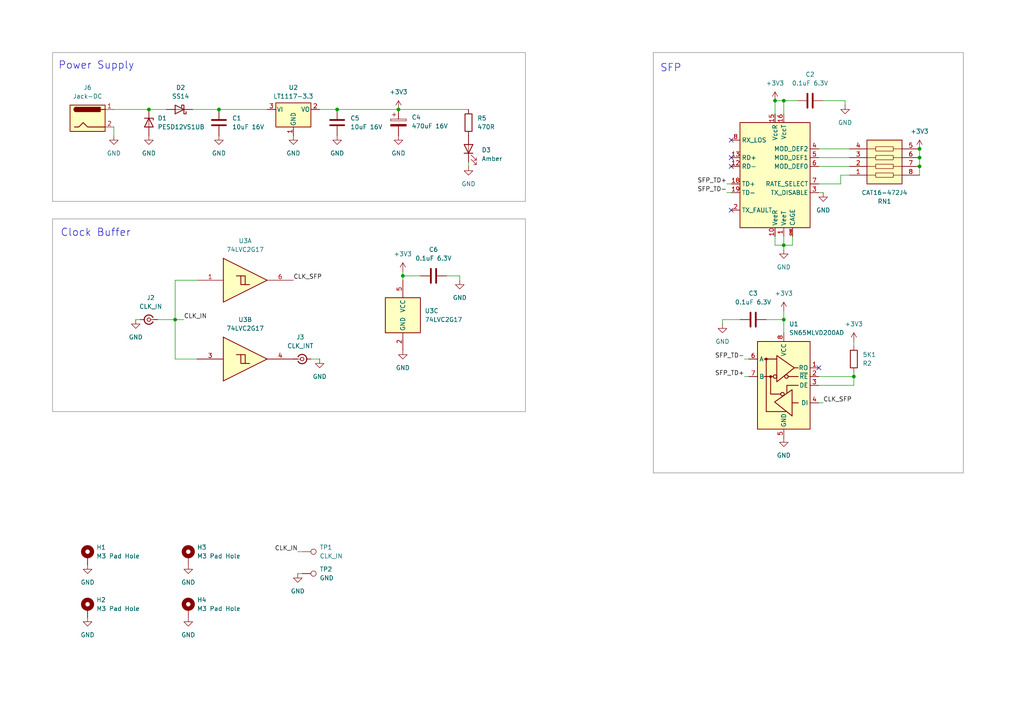
<source format=kicad_sch>
(kicad_sch (version 20250114) (generator "eeschema") (generator_version "9.0")
  (paper "A4")
  (title_block (title "SFP Clock Trasmitter – Project Caroline") (date "2025-04-29") (rev "A") (company "B4CKSP4CE") (comment 1 "CERN-OHL-S") (comment 2 "@heyflo"))
  (lib_symbols
    (symbol "74xGxx:74LVC2G17"
      (property "Reference" "U" (at -1.27 7.62 0))
      (property "Value" "74LVC2G17" (at 2.54 -7.62 0))
      (symbol "74LVC2G17_1_1"
        (polyline (pts (xy -7.62 6.35) (xy -7.62 -6.35) (xy 5.08 0) (xy -7.62 6.35)) (stroke (width 0.254)) (fill (type background)))
        (polyline (pts (xy -3.81 1.27) (xy -2.54 1.27) (xy -2.54 -1.27) (xy 0 -1.27)) (stroke (width 0.254)) (fill (type background)))
        (polyline (pts (xy -2.54 1.27) (xy -1.27 1.27) (xy -1.27 -1.27)) (stroke (width 0.254)) (fill (type background)))
        (pin input line (at -15.24 0 0) (length 7.62) (name "~") (number "1"))
        (pin output line (at 12.7 0 180) (length 7.62) (name "~") (number "6"))
      )
      (symbol "74LVC2G17_2_1"
        (polyline (pts (xy -7.62 6.35) (xy -7.62 -6.35) (xy 5.08 0) (xy -7.62 6.35)) (stroke (width 0.254)) (fill (type background)))
        (polyline (pts (xy -3.81 1.27) (xy -2.54 1.27) (xy -2.54 -1.27) (xy 0 -1.27)) (stroke (width 0.254)) (fill (type background)))
        (polyline (pts (xy -2.54 1.27) (xy -1.27 1.27) (xy -1.27 -1.27)) (stroke (width 0.254)) (fill (type background)))
        (pin input line (at -15.24 0 0) (length 7.62) (name "~") (number "3"))
        (pin output line (at 12.7 0 180) (length 7.62) (name "~") (number "4"))
      )
      (symbol "74LVC2G17_3_0"
        (rectangle (start -5.08 -5.08) (end 5.08 5.08) (stroke (width 0.254)) (fill (type background)))
      )
      (symbol "74LVC2G17_3_1"
        (pin power_in line (at 0 10.16 270) (length 5.08) (name "VCC") (number "5"))
        (pin power_in line (at 0 -10.16 90) (length 5.08) (name "GND") (number "2"))
      )
    )
    (symbol "BKSP:Interface_SN65MLVD200AD"
      (property "Reference" "U" (at -7.62 13.97 0))
      (property "Value" "SN65MLVD200AD" (at 1.905 13.97 0))
      (symbol "Interface_SN65MLVD200AD_0_1"
        (rectangle (start -7.62 12.7) (end 7.62 -12.7) (stroke (width 0.254)) (fill (type background)))
        (polyline (pts (xy -4.191 2.54) (xy -1.27 2.54)) (stroke (width 0.254)))
        (polyline (pts (xy -4.191 0) (xy -0.889 0) (xy -0.889 -2.286)) (stroke (width 0.254)))
        (polyline (pts (xy -3.175 5.08) (xy -4.191 5.08) (xy -4.064 5.08)) (stroke (width 0.254)))
        (polyline (pts (xy -2.54 -5.08) (xy -4.191 -5.08)) (stroke (width 0.254)))
        (polyline (pts (xy -2.413 -5.08) (xy -2.413 -1.27) (xy 2.667 -4.826) (xy -2.413 -8.89) (xy -2.413 -5.08)) (stroke (width 0.254)))
        (polyline (pts (xy -0.635 -7.62) (xy 5.08 -7.62)) (stroke (width 0.254)))
        (circle (center 0.381 -2.54) (radius 0.508) (stroke (width 0.254)))
        (polyline (pts (xy 0.889 -2.54) (xy 3.81 -2.54)) (stroke (width 0.254)))
        (polyline (pts (xy 2.032 7.62) (xy 5.715 7.62)) (stroke (width 0.254)))
        (polyline (pts (xy 3.048 2.54) (xy 5.715 2.54)) (stroke (width 0.254)))
        (circle (center 3.81 2.54) (radius 0.2794) (stroke (width 0.254)) (fill (type outline)))
        (polyline (pts (xy 3.81 -2.54) (xy 3.81 2.54)) (stroke (width 0.254)))
        (polyline (pts (xy 5.08 -7.62) (xy 5.08 7.62)) (stroke (width 0.254)))
      )
      (symbol "Interface_SN65MLVD200AD_1_1"
        (circle (center -0.762 2.54) (radius 0.508) (stroke (width 0.254)))
        (polyline (pts (xy 2.032 4.826) (xy 2.032 8.636) (xy -3.048 5.08) (xy 2.032 1.016) (xy 2.032 4.826)) (stroke (width 0.254)))
        (circle (center 2.54 2.54) (radius 0.508) (stroke (width 0.254)))
        (circle (center 5.08 7.62) (radius 0.2794) (stroke (width 0.254)) (fill (type outline)))
        (pin output line (at -10.16 5.08 0) (length 2.54) (name "RO") (number "1"))
        (pin input line (at -10.16 2.54 0) (length 2.54) (name "~{RE}") (number "2"))
        (pin input line (at -10.16 0 0) (length 2.54) (name "DE") (number "3"))
        (pin input line (at -10.16 -5.08 0) (length 2.54) (name "DI") (number "4"))
        (pin power_in line (at 0 15.24 270) (length 2.54) (name "VCC") (number "8"))
        (pin power_in line (at 0 -15.24 90) (length 2.54) (name "GND") (number "5"))
        (pin bidirectional line (at 10.16 7.62 180) (length 2.54) (name "A") (number "6"))
        (pin bidirectional line (at 10.16 2.54 180) (length 2.54) (name "B") (number "7"))
      )
    )
    (symbol "BKSP:Protection_PESD12VS1UB" (pin_numbers (hide yes)) (pin_names (offset 1.016) (hide yes))
      (property "Reference" "D" (at 0 2.54 0))
      (property "Value" "PESD12VS1UB" (at 0 -2.54 0))
      (symbol "Protection_PESD12VS1UB_0_1"
        (polyline (pts (xy -1.27 -1.27) (xy -1.27 1.27) (xy -0.762 1.27)) (stroke (width 0.254)))
        (polyline (pts (xy 1.27 0) (xy -1.27 0)))
        (polyline (pts (xy 1.27 -1.27) (xy 1.27 1.27) (xy -1.27 0) (xy 1.27 -1.27)) (stroke (width 0.254)))
      )
      (symbol "Protection_PESD12VS1UB_1_1"
        (pin passive line (at -3.81 0 0) (length 2.54) (name "K") (number "1"))
        (pin passive line (at 3.81 0 180) (length 2.54) (name "A") (number "2"))
      )
    )
    (symbol "BKSP:R_Network_CAT16-472J4" (pin_names (hide yes))
      (property "Reference" "RN" (at 16.51 7.62 0))
      (property "Value" "CAT16-472J4" (at 16.51 5.08 0))
      (symbol "R_Network_CAT16-472J4_0_1"
        (polyline (pts (xy 5.08 0) (xy 7.62 0)))
        (polyline (pts (xy 5.08 -2.54) (xy 7.62 -2.54)))
        (polyline (pts (xy 5.08 -5.08) (xy 7.62 -5.08)))
        (polyline (pts (xy 5.08 -7.62) (xy 7.62 -7.62)))
        (rectangle (start 7.62 0.635) (end 12.7 -0.635))
        (rectangle (start 7.62 -1.905) (end 12.7 -3.175))
        (rectangle (start 7.62 -4.445) (end 12.7 -5.715))
        (rectangle (start 7.62 -6.985) (end 12.7 -8.255))
        (polyline (pts (xy 12.7 0) (xy 15.24 0)))
        (polyline (pts (xy 12.7 -2.54) (xy 15.24 -2.54)))
        (polyline (pts (xy 12.7 -5.08) (xy 15.24 -5.08)))
        (polyline (pts (xy 12.7 -7.62) (xy 15.24 -7.62)))
      )
      (symbol "R_Network_CAT16-472J4_1_1"
        (rectangle (start 5.08 2.54) (end 15.24 -10.16) (stroke (width 0.254)) (fill (type background)))
        (pin passive line (at 0 0 0) (length 5.08) (name "1") (number "1"))
        (pin passive line (at 0 -2.54 0) (length 5.08) (name "2") (number "2"))
        (pin passive line (at 0 -5.08 0) (length 5.08) (name "3") (number "3"))
        (pin passive line (at 0 -7.62 0) (length 5.08) (name "4") (number "4"))
        (pin passive line (at 20.32 0 180) (length 5.08) (name "8") (number "8"))
        (pin passive line (at 20.32 -2.54 180) (length 5.08) (name "7") (number "7"))
        (pin passive line (at 20.32 -5.08 180) (length 5.08) (name "6") (number "6"))
        (pin passive line (at 20.32 -7.62 180) (length 5.08) (name "5") (number "5"))
      )
    )
    (symbol "Connector:Conn_Coaxial_Small" (pin_numbers (hide yes)) (pin_names (offset 1.016) (hide yes))
      (property "Reference" "J" (at 0.254 3.048 0))
      (property "Value" "Conn_Coaxial_Small" (at 0 -3.81 0))
      (symbol "Conn_Coaxial_Small_0_1"
        (polyline (pts (xy -2.54 0) (xy -0.508 0)))
        (circle (center 0 0) (radius 0.508) (stroke (width 0.2032)))
      )
      (symbol "Conn_Coaxial_Small_1_1"
        (arc (start 1.3484 0.0039) (mid 0.327 -1.308) (end -1.1916 -0.6311) (stroke (width 0.3048)))
        (arc (start -1.1916 0.6311) (mid 0.327 1.3081) (end 1.3484 -0.0039) (stroke (width 0.3048)))
        (pin passive line (at -2.54 0 0) (length 1.27) (name "In") (number "1"))
        (pin passive line (at 2.54 0 180) (length 1.27) (name "Ext") (number "2"))
      )
    )
    (symbol "Connector:Jack-DC" (pin_names (offset 1.016))
      (property "Reference" "J" (at 0 5.334 0))
      (property "Value" "Jack-DC" (at 0 -5.08 0))
      (symbol "Jack-DC_0_1"
        (rectangle (start -5.08 3.81) (end 5.08 -3.81) (stroke (width 0.254)) (fill (type background)))
        (polyline (pts (xy -3.81 -2.54) (xy -2.54 -2.54) (xy -1.27 -1.27) (xy 0 -2.54) (xy 2.54 -2.54) (xy 5.08 -2.54)) (stroke (width 0.254)))
        (arc (start -3.302 1.905) (mid -3.9343 2.54) (end -3.302 3.175) (stroke (width 0.254)))
        (arc (start -3.302 1.905) (mid -3.9343 2.54) (end -3.302 3.175) (stroke (width 0.254)) (fill (type outline)))
        (rectangle (start 3.683 3.175) (end -3.302 1.905) (stroke (width 0.254)) (fill (type outline)))
        (polyline (pts (xy 5.08 2.54) (xy 3.81 2.54)) (stroke (width 0.254)))
      )
      (symbol "Jack-DC_1_1"
        (pin passive line (at 7.62 2.54 180) (length 2.54) (name "~") (number "1"))
        (pin passive line (at 7.62 -2.54 180) (length 2.54) (name "~") (number "2"))
      )
    )
    (symbol "Connector:TestPoint" (pin_numbers (hide yes)) (pin_names (offset 0.762) (hide yes))
      (property "Reference" "TP" (at 0 6.858 0))
      (property "Value" "TestPoint" (at 0 5.08 0))
      (symbol "TestPoint_0_1"
        (circle (center 0 3.302) (radius 0.762))
      )
      (symbol "TestPoint_1_1"
        (pin passive line (at 0 0 90) (length 2.54) (name "1") (number "1"))
      )
    )
    (symbol "Device:C" (pin_numbers (hide yes)) (pin_names (offset 0.254))
      (property "Reference" "C" (at 0.635 2.54 0))
      (property "Value" "C" (at 0.635 -2.54 0))
      (symbol "C_0_1"
        (polyline (pts (xy -2.032 0.762) (xy 2.032 0.762)) (stroke (width 0.508)))
        (polyline (pts (xy -2.032 -0.762) (xy 2.032 -0.762)) (stroke (width 0.508)))
      )
      (symbol "C_1_1"
        (pin passive line (at 0 3.81 270) (length 2.794) (name "~") (number "1"))
        (pin passive line (at 0 -3.81 90) (length 2.794) (name "~") (number "2"))
      )
    )
    (symbol "Device:C_Polarized" (pin_numbers (hide yes)) (pin_names (offset 0.254))
      (property "Reference" "C" (at 0.635 2.54 0))
      (property "Value" "C_Polarized" (at 0.635 -2.54 0))
      (symbol "C_Polarized_0_1"
        (rectangle (start -2.286 0.508) (end 2.286 1.016))
        (polyline (pts (xy -1.778 2.286) (xy -0.762 2.286)))
        (polyline (pts (xy -1.27 2.794) (xy -1.27 1.778)))
        (rectangle (start 2.286 -0.508) (end -2.286 -1.016) (fill (type outline)))
      )
      (symbol "C_Polarized_1_1"
        (pin passive line (at 0 3.81 270) (length 2.794) (name "~") (number "1"))
        (pin passive line (at 0 -3.81 90) (length 2.794) (name "~") (number "2"))
      )
    )
    (symbol "Device:LED" (pin_numbers (hide yes)) (pin_names (offset 1.016) (hide yes))
      (property "Reference" "D" (at 0 2.54 0))
      (property "Value" "LED" (at 0 -2.54 0))
      (symbol "LED_0_1"
        (polyline (pts (xy -3.048 -0.762) (xy -4.572 -2.286) (xy -3.81 -2.286) (xy -4.572 -2.286) (xy -4.572 -1.524)))
        (polyline (pts (xy -1.778 -0.762) (xy -3.302 -2.286) (xy -2.54 -2.286) (xy -3.302 -2.286) (xy -3.302 -1.524)))
        (polyline (pts (xy -1.27 0) (xy 1.27 0)))
        (polyline (pts (xy -1.27 -1.27) (xy -1.27 1.27)) (stroke (width 0.254)))
        (polyline (pts (xy 1.27 -1.27) (xy 1.27 1.27) (xy -1.27 0) (xy 1.27 -1.27)) (stroke (width 0.254)))
      )
      (symbol "LED_1_1"
        (pin passive line (at -3.81 0 0) (length 2.54) (name "K") (number "1"))
        (pin passive line (at 3.81 0 180) (length 2.54) (name "A") (number "2"))
      )
    )
    (symbol "Device:R" (pin_numbers (hide yes)) (pin_names (offset 0))
      (property "Reference" "R" (at 2.032 0 90))
      (property "Value" "R" (at 0 0 90))
      (symbol "R_0_1"
        (rectangle (start -1.016 -2.54) (end 1.016 2.54) (stroke (width 0.254)))
      )
      (symbol "R_1_1"
        (pin passive line (at 0 3.81 270) (length 1.27) (name "~") (number "1"))
        (pin passive line (at 0 -3.81 90) (length 1.27) (name "~") (number "2"))
      )
    )
    (symbol "Diode:SS14" (pin_numbers (hide yes)) (pin_names (offset 1.016) (hide yes))
      (property "Reference" "D" (at 0 2.54 0))
      (property "Value" "SS14" (at 0 -2.54 0))
      (symbol "SS14_0_1"
        (polyline (pts (xy -1.905 0.635) (xy -1.905 1.27) (xy -1.27 1.27) (xy -1.27 -1.27) (xy -0.635 -1.27) (xy -0.635 -0.635)) (stroke (width 0.254)))
        (polyline (pts (xy 1.27 1.27) (xy 1.27 -1.27) (xy -1.27 0) (xy 1.27 1.27)) (stroke (width 0.254)))
        (polyline (pts (xy 1.27 0) (xy -1.27 0)))
      )
      (symbol "SS14_1_1"
        (pin passive line (at -3.81 0 0) (length 2.54) (name "K") (number "1"))
        (pin passive line (at 3.81 0 180) (length 2.54) (name "A") (number "2"))
      )
    )
    (symbol "Interface_Optical:SFP"
      (property "Reference" "J" (at -8.89 16.51 0))
      (property "Value" "SFP" (at 11.43 16.51 0))
      (symbol "SFP_0_0"
        (rectangle (start -10.16 15.24) (end 10.16 -15.24) (stroke (width 0.254)) (fill (type background)))
      )
      (symbol "SFP_1_1"
        (pin bidirectional line (at -12.7 7.62 0) (length 2.54) (name "MOD_DEF2") (number "4"))
        (pin input line (at -12.7 5.08 0) (length 2.54) (name "MOD_DEF1") (number "5"))
        (pin passive line (at -12.7 2.54 0) (length 2.54) (name "MOD_DEF0") (number "6"))
        (pin input line (at -12.7 -2.54 0) (length 2.54) (name "RATE_SELECT") (number "7"))
        (pin input line (at -12.7 -5.08 0) (length 2.54) (name "TX_DISABLE") (number "3"))
        (pin passive line (at -5.08 -17.78 90) (length 2.54) (name "CAGE") (number "CAGE"))
        (pin power_in line (at -2.54 17.78 270) (length 2.54) (name "VccT") (number "16"))
        (pin power_in line (at -2.54 -17.78 90) (length 2.54) (name "VeeT") (number "1"))
        (pin passive line (at -2.54 -17.78 90) (length 2.54) (hide yes) (name "VeeT") (number "17"))
        (pin passive line (at -2.54 -17.78 90) (length 2.54) (hide yes) (name "VeeT") (number "20"))
        (pin power_in line (at 0 17.78 270) (length 2.54) (name "VccR") (number "15"))
        (pin power_in line (at 0 -17.78 90) (length 2.54) (name "VeeR") (number "10"))
        (pin passive line (at 0 -17.78 90) (length 2.54) (hide yes) (name "VeeR") (number "11"))
        (pin passive line (at 0 -17.78 90) (length 2.54) (hide yes) (name "VeeR") (number "14"))
        (pin passive line (at 0 -17.78 90) (length 2.54) (hide yes) (name "VeeR") (number "9"))
        (pin open_collector line (at 12.7 10.16 180) (length 2.54) (name "RX_LOS") (number "8"))
        (pin output line (at 12.7 5.08 180) (length 2.54) (name "RD+") (number "13"))
        (pin output line (at 12.7 2.54 180) (length 2.54) (name "RD-") (number "12"))
        (pin input line (at 12.7 -2.54 180) (length 2.54) (name "TD+") (number "18"))
        (pin input line (at 12.7 -5.08 180) (length 2.54) (name "TD-") (number "19"))
        (pin open_collector line (at 12.7 -10.16 180) (length 2.54) (name "TX_FAULT") (number "2"))
      )
    )
    (symbol "Mechanical:MountingHole_Pad" (pin_numbers (hide yes)) (pin_names (offset 1.016) (hide yes)) (in_bom no)
      (property "Reference" "H" (at 0 6.35 0))
      (property "Value" "MountingHole_Pad" (at 0 4.445 0))
      (symbol "MountingHole_Pad_0_1"
        (circle (center 0 1.27) (radius 1.27) (stroke (width 1.27)))
      )
      (symbol "MountingHole_Pad_1_1"
        (pin input line (at 0 -2.54 90) (length 2.54) (name "1") (number "1"))
      )
    )
    (symbol "Regulator_Linear:LT1117-3.3" (pin_names (offset 0.254))
      (property "Reference" "U" (at -3.81 3.175 0))
      (property "Value" "LT1117-3.3" (at 0 3.175 0))
      (symbol "LT1117-3.3_0_1"
        (rectangle (start -5.08 -5.08) (end 5.08 1.905) (stroke (width 0.254)) (fill (type background)))
      )
      (symbol "LT1117-3.3_1_1"
        (pin power_in line (at -7.62 0 0) (length 2.54) (name "VI") (number "3"))
        (pin power_in line (at 0 -7.62 90) (length 2.54) (name "GND") (number "1"))
        (pin power_out line (at 7.62 0 180) (length 2.54) (name "VO") (number "2"))
      )
    )
    (symbol "power:+3.3V" (power) (pin_numbers (hide yes)) (pin_names (offset 0) (hide yes))
      (property "Value" "+3.3V" (at 0 3.556 0))
      (symbol "+3.3V_0_1"
        (polyline (pts (xy -0.762 1.27) (xy 0 2.54)))
        (polyline (pts (xy 0 2.54) (xy 0.762 1.27)))
        (polyline (pts (xy 0 0) (xy 0 2.54)))
      )
      (symbol "+3.3V_1_1"
        (pin power_in line (at 0 0 90) (length 0) (name "~") (number "1"))
      )
    )
    (symbol "power:+3V3" (power) (pin_numbers (hide yes)) (pin_names (offset 0) (hide yes))
      (property "Value" "+3V3" (at 0 3.556 0))
      (symbol "+3V3_0_1"
        (polyline (pts (xy -0.762 1.27) (xy 0 2.54)))
        (polyline (pts (xy 0 2.54) (xy 0.762 1.27)))
        (polyline (pts (xy 0 0) (xy 0 2.54)))
      )
      (symbol "+3V3_1_1"
        (pin power_in line (at 0 0 90) (length 0) (name "~") (number "1"))
      )
    )
    (symbol "power:GND" (power) (pin_numbers (hide yes)) (pin_names (offset 0) (hide yes))
      (property "Value" "GND" (at 0 -3.81 0))
      (symbol "GND_0_1"
        (polyline (pts (xy 0 0) (xy 0 -1.27) (xy 1.27 -1.27) (xy 0 -2.54) (xy -1.27 -1.27) (xy 0 -1.27)))
      )
      (symbol "GND_1_1"
        (pin power_in line (at 0 0 270) (length 0) (name "~") (number "1"))
      )
    )
  )
  (rectangle (start 189.484 15.24) (end 279.4 137.16) (stroke (width 0) (color 132 132 132 1)))
  (rectangle (start 15.24 15.24) (end 152.4 58.42) (stroke (width 0) (color 132 132 132 1)))
  (rectangle (start 15.24 63.5) (end 152.4 119.38) (stroke (width 0) (color 132 132 132 1)))
  (text "Power Supply" (at 27.94 19.05 0) (effects (font (size 2.159 2.159))))
  (text "Clock Buffer" (at 17.526 67.564 0) (effects (font (size 2.159 2.159)) (justify left)))
  (text "SFP" (at 194.564 19.812 0) (effects (font (size 2.159 2.159))))
  (junction (at 50.8 92.71))
  (junction (at 266.7 45.72))
  (junction (at 266.7 48.26))
  (junction (at 227.33 71.12))
  (junction (at 247.65 109.22))
  (junction (at 227.33 29.21))
  (junction (at 266.7 43.18))
  (junction (at 115.57 31.75))
  (junction (at 63.5 31.75))
  (junction (at 43.18 31.75))
  (junction (at 116.84 80.01))
  (junction (at 224.79 29.21))
  (junction (at 227.33 92.71))
  (junction (at 97.79 31.75))
  (no_connect (at 237.49 106.68))
  (no_connect (at 212.09 45.72))
  (no_connect (at 212.09 40.64))
  (no_connect (at 212.09 48.26))
  (no_connect (at 212.09 60.96))
  (wire (pts (xy 129.54 80.01) (xy 133.35 80.01)))
  (wire (pts (xy 237.49 43.18) (xy 246.38 43.18)))
  (wire (pts (xy 116.84 78.74) (xy 116.84 80.01)))
  (wire (pts (xy 266.7 50.8) (xy 266.7 48.26)))
  (wire (pts (xy 247.65 111.76) (xy 247.65 109.22)))
  (wire (pts (xy 209.55 92.71) (xy 214.63 92.71)))
  (wire (pts (xy 266.7 45.72) (xy 266.7 48.26)))
  (wire (pts (xy 238.76 29.21) (xy 245.11 29.21)))
  (wire (pts (xy 227.33 90.17) (xy 227.33 92.71)))
  (wire (pts (xy 92.71 104.14) (xy 90.17 104.14)))
  (wire (pts (xy 222.25 92.71) (xy 227.33 92.71)))
  (wire (pts (xy 77.47 31.75) (xy 63.5 31.75)))
  (wire (pts (xy 227.33 29.21) (xy 227.33 33.02)))
  (wire (pts (xy 227.33 71.12) (xy 227.33 72.39)))
  (wire (pts (xy 97.79 31.75) (xy 115.57 31.75)))
  (wire (pts (xy 50.8 92.71) (xy 50.8 81.28)))
  (wire (pts (xy 33.02 39.37) (xy 33.02 36.83)))
  (wire (pts (xy 247.65 109.22) (xy 247.65 107.95)))
  (wire (pts (xy 243.84 53.34) (xy 243.84 50.8)))
  (wire (pts (xy 53.34 92.71) (xy 50.8 92.71)))
  (wire (pts (xy 237.49 48.26) (xy 246.38 48.26)))
  (wire (pts (xy 115.57 31.75) (xy 135.89 31.75)))
  (wire (pts (xy 243.84 50.8) (xy 246.38 50.8)))
  (wire (pts (xy 215.9 109.22) (xy 217.17 109.22)))
  (wire (pts (xy 224.79 68.58) (xy 224.79 71.12)))
  (wire (pts (xy 224.79 71.12) (xy 227.33 71.12)))
  (wire (pts (xy 227.33 92.71) (xy 227.33 96.52)))
  (wire (pts (xy 87.63 166.37) (xy 86.36 166.37)))
  (wire (pts (xy 229.87 68.58) (xy 229.87 71.12)))
  (wire (pts (xy 227.33 29.21) (xy 231.14 29.21)))
  (wire (pts (xy 224.79 29.21) (xy 227.33 29.21)))
  (wire (pts (xy 133.35 81.28) (xy 133.35 80.01)))
  (wire (pts (xy 50.8 104.14) (xy 57.15 104.14)))
  (wire (pts (xy 238.76 116.84) (xy 237.49 116.84)))
  (wire (pts (xy 266.7 43.18) (xy 266.7 45.72)))
  (wire (pts (xy 237.49 53.34) (xy 243.84 53.34)))
  (wire (pts (xy 245.11 30.48) (xy 245.11 29.21)))
  (wire (pts (xy 247.65 99.06) (xy 247.65 100.33)))
  (wire (pts (xy 237.49 45.72) (xy 246.38 45.72)))
  (wire (pts (xy 237.49 109.22) (xy 247.65 109.22)))
  (wire (pts (xy 55.88 31.75) (xy 63.5 31.75)))
  (wire (pts (xy 135.89 48.26) (xy 135.89 46.99)))
  (wire (pts (xy 229.87 71.12) (xy 227.33 71.12)))
  (wire (pts (xy 227.33 68.58) (xy 227.33 71.12)))
  (wire (pts (xy 209.55 93.98) (xy 209.55 92.71)))
  (wire (pts (xy 50.8 92.71) (xy 50.8 104.14)))
  (wire (pts (xy 43.18 31.75) (xy 48.26 31.75)))
  (wire (pts (xy 217.17 104.14) (xy 215.9 104.14)))
  (wire (pts (xy 116.84 80.01) (xy 116.84 81.28)))
  (wire (pts (xy 238.76 55.88) (xy 237.49 55.88)))
  (wire (pts (xy 224.79 29.21) (xy 224.79 33.02)))
  (wire (pts (xy 210.82 53.34) (xy 212.09 53.34)))
  (wire (pts (xy 33.02 31.75) (xy 43.18 31.75)))
  (wire (pts (xy 86.36 160.02) (xy 87.63 160.02)))
  (wire (pts (xy 45.72 92.71) (xy 50.8 92.71)))
  (wire (pts (xy 116.84 80.01) (xy 121.92 80.01)))
  (wire (pts (xy 92.71 31.75) (xy 97.79 31.75)))
  (wire (pts (xy 50.8 81.28) (xy 57.15 81.28)))
  (wire (pts (xy 210.82 55.88) (xy 212.09 55.88)))
  (wire (pts (xy 39.37 92.71) (xy 40.64 92.71)))
  (wire (pts (xy 237.49 111.76) (xy 247.65 111.76)))
  (label "SFP_TD+" (at 215.9 109.22 180))
  (label "CLK_SFP" (at 85.09 81.28 0))
  (label "CLK_SFP" (at 238.76 116.84 0))
  (label "SFP_TD-" (at 210.82 55.88 180))
  (label "CLK_IN" (at 53.34 92.71 0))
  (label "SFP_TD+" (at 210.82 53.34 180))
  (label "CLK_IN" (at 86.36 160.02 180))
  (label "SFP_TD-" (at 215.9 104.14 180))
  (symbol (lib_id "power:GND") (at 92.71 104.14 0) (unit 1)
    (property "Reference" "#PWR023" (effects (hide yes)))
    (property "Value" "GND" (at 92.71 109.22 0))
    (property "Description" "Power symbol creates a global label with name \"GND\" , ground" (effects (hide yes)))
  )
  (symbol (lib_id "Device:C") (at 234.95 29.21 90) (unit 1)
    (property "Reference" "C2" (at 234.95 21.59 90))
    (property "Value" "0.1uF 6.3V" (at 234.95 24.13 90))
    (property "Footprint" "Capacitor_SMD:C_0805_2012Metric" (effects (hide yes)))
    (property "Description" "Unpolarized capacitor" (effects (hide yes)))
  )
  (symbol (lib_id "74xGxx:74LVC2G17") (at 116.84 91.44 0) (unit 3)
    (property "Reference" "U3" (at 123.19 90.17 0) (effects (justify left)))
    (property "Value" "74LVC2G17" (at 123.19 92.71 0) (effects (justify left)))
    (property "Footprint" "Package_TO_SOT_SMD:SOT-23-6" (effects (hide yes)))
    (property "Datasheet" "http://www.ti.com/lit/sg/scyt129e/scyt129e.pdf" (effects (hide yes)))
    (property "Description" "Dual Buffer, Schmitt Triggered, Low-Voltage CMOS" (effects (hide yes)))
  )
  (symbol (lib_id "Interface_Optical:SFP") (at 224.79 50.8 0) (mirror y) (unit 1)
    (property "Reference" "J1" (effects (hide yes)))
    (property "Value" "SFP" (effects (hide yes)))
    (property "Footprint" "BKSP:Connector_SFP_Cage_NoKeepout" (effects (hide yes)))
    (property "Datasheet" "http://www.10gtek.com/templates/wzten/pdf/INF-8074.pdf" (effects (hide yes)))
    (property "Description" "Connector for Small Form Factor Pluggable (SFP) module, 1 Gbit/s, serial-to-serial data-agnostic optical transceiver" (effects (hide yes)))
  )
  (symbol (lib_id "74xGxx:74LVC2G17") (at 72.39 81.28 0) (unit 1)
    (property "Reference" "U3" (at 71.12 69.85 0))
    (property "Value" "74LVC2G17" (at 71.12 72.39 0))
    (property "Footprint" "Package_TO_SOT_SMD:SOT-23-6" (effects (hide yes)))
    (property "Datasheet" "http://www.ti.com/lit/sg/scyt129e/scyt129e.pdf" (effects (hide yes)))
    (property "Description" "Dual Buffer, Schmitt Triggered, Low-Voltage CMOS" (effects (hide yes)))
  )
  (symbol (lib_id "power:+3.3V") (at 227.33 90.17 0) (mirror y) (unit 1)
    (property "Reference" "#PWR06" (effects (hide yes)))
    (property "Value" "+3V3" (at 227.33 85.09 0))
    (property "Description" "Power symbol creates a global label with name \"+3.3V\"" (effects (hide yes)))
  )
  (symbol (lib_id "power:GND") (at 63.5 39.37 0) (unit 1)
    (property "Reference" "#PWR013" (effects (hide yes)))
    (property "Value" "GND" (at 63.5 44.45 0))
    (property "Description" "Power symbol creates a global label with name \"GND\" , ground" (effects (hide yes)))
  )
  (symbol (lib_id "Device:C") (at 97.79 35.56 0) (unit 1)
    (property "Reference" "C5" (at 101.6 34.29 0) (effects (justify left)))
    (property "Value" "10uF 16V" (at 101.6 36.83 0) (effects (justify left)))
    (property "Footprint" "Capacitor_SMD:C_0805_2012Metric" (effects (hide yes)))
    (property "Description" "Unpolarized capacitor" (effects (hide yes)))
  )
  (symbol (lib_id "power:GND") (at 54.61 179.07 0) (unit 1)
    (property "Reference" "#PWR028" (effects (hide yes)))
    (property "Value" "GND" (at 54.61 184.15 0))
    (property "Description" "Power symbol creates a global label with name \"GND\" , ground" (effects (hide yes)))
  )
  (symbol (lib_id "Mechanical:MountingHole_Pad") (at 54.61 176.53 0) (unit 1) (in_bom no)
    (property "Reference" "H4" (at 57.15 173.99 0) (effects (justify left)))
    (property "Value" "M3 Pad Hole" (at 57.15 176.53 0) (effects (justify left)))
    (property "Footprint" "MountingHole:MountingHole_3.2mm_M3_Pad_TopBottom" (effects (hide yes)))
    (property "Description" "Mounting Hole with connection" (effects (hide yes)))
  )
  (symbol (lib_id "Device:C") (at 125.73 80.01 90) (unit 1)
    (property "Reference" "C6" (at 125.73 72.39 90))
    (property "Value" "0.1uF 6.3V" (at 125.73 74.93 90))
    (property "Footprint" "Capacitor_SMD:C_0805_2012Metric" (effects (hide yes)))
    (property "Description" "Unpolarized capacitor" (effects (hide yes)))
  )
  (symbol (lib_id "power:GND") (at 86.36 166.37 0) (unit 1)
    (property "Reference" "#PWR031" (effects (hide yes)))
    (property "Value" "GND" (at 86.36 171.45 0))
    (property "Description" "Power symbol creates a global label with name \"GND\" , ground" (effects (hide yes)))
  )
  (symbol (lib_id "Diode:SS14") (at 52.07 31.75 180) (unit 1)
    (property "Reference" "D2" (at 52.3875 25.4 0))
    (property "Value" "SS14" (at 52.3875 27.94 0))
    (property "Footprint" "Diode_SMD:D_SMA" (effects (hide yes)))
    (property "Datasheet" "https://www.vishay.com/docs/88746/ss12.pdf" (effects (hide yes)))
    (property "Description" "40V 1A Schottky Diode, SMA" (effects (hide yes)))
  )
  (symbol (lib_id "Device:R") (at 135.89 35.56 0) (unit 1)
    (property "Reference" "R5" (at 138.43 34.29 0) (effects (justify left)))
    (property "Value" "470R" (at 138.43 36.83 0) (effects (justify left)))
    (property "Footprint" "Resistor_SMD:R_0805_2012Metric" (effects (hide yes)))
    (property "Description" "Resistor" (effects (hide yes)))
  )
  (symbol (lib_id "BKSP:Protection_PESD12VS1UB") (at 43.18 35.56 270) (unit 1)
    (property "Reference" "D1" (at 45.72 34.29 90) (effects (justify left)))
    (property "Value" "PESD12VS1UB" (at 45.72 36.83 90) (effects (justify left)))
    (property "Footprint" "Diode_SMD:D_SOD-523" (effects (hide yes)))
    (property "Datasheet" "https://assets.nexperia.com/documents/data-sheet/PESD12VS1UB.pdf" (effects (hide yes)))
    (property "Description" "TVS Unidirectional, 12V Operational, 15V Breakdown," (effects (hide yes)))
  )
  (symbol (lib_id "Mechanical:MountingHole_Pad") (at 25.4 161.29 0) (unit 1) (in_bom no)
    (property "Reference" "H1" (at 27.94 158.75 0) (effects (justify left)))
    (property "Value" "M3 Pad Hole" (at 27.94 161.29 0) (effects (justify left)))
    (property "Footprint" "MountingHole:MountingHole_3.2mm_M3_Pad_TopBottom" (effects (hide yes)))
    (property "Description" "Mounting Hole with connection" (effects (hide yes)))
  )
  (symbol (lib_id "power:GND") (at 227.33 72.39 0) (unit 1)
    (property "Reference" "#PWR08" (effects (hide yes)))
    (property "Value" "GND" (at 227.33 77.47 0))
    (property "Description" "Power symbol creates a global label with name \"GND\" , ground" (effects (hide yes)))
  )
  (symbol (lib_id "Connector:Conn_Coaxial_Small") (at 87.63 104.14 0) (unit 1)
    (property "Reference" "J3" (at 87.1104 97.79 0))
    (property "Value" "CLK_INT" (at 87.1104 100.33 0))
    (property "Footprint" "Connector_Coaxial:U.FL_Molex_MCRF_73412-0110_Vertical" (effects (hide yes)))
    (property "Description" "small coaxial connector (BNC, SMA, SMB, SMC, Cinch/RCA, LEMO, ...)" (effects (hide yes)))
  )
  (symbol (lib_id "BKSP:Interface_SN65MLVD200AD") (at 227.33 111.76 0) (mirror y) (unit 1)
    (property "Reference" "U1" (at 228.854 93.98 0) (effects (justify right)))
    (property "Value" "SN65MLVD200AD" (at 228.854 96.52 0) (effects (justify right)))
    (property "Footprint" "Package_SO:SOIC-8_3.9x4.9mm_P1.27mm" (effects (hide yes)))
    (property "Datasheet" "https://www.ti.com/lit/ds/symlink/sn65mlvd200a.pdf" (effects (hide yes)))
    (property "Description" "Transceiver Half LVDS, Multipoint 8-SOIC, 3V ~ 3.6V Supply, 100 Mbps" (effects (hide yes)))
  )
  (symbol (lib_id "power:GND") (at 209.55 93.98 0) (mirror y) (unit 1)
    (property "Reference" "#PWR03" (effects (hide yes)))
    (property "Value" "GND" (at 209.55 99.06 0))
    (property "Description" "Power symbol creates a global label with name \"GND\" , ground" (effects (hide yes)))
  )
  (symbol (lib_id "power:GND") (at 54.61 163.83 0) (unit 1)
    (property "Reference" "#PWR027" (effects (hide yes)))
    (property "Value" "GND" (at 54.61 168.91 0))
    (property "Description" "Power symbol creates a global label with name \"GND\" , ground" (effects (hide yes)))
  )
  (symbol (lib_id "power:+3.3V") (at 266.7 43.18 0) (unit 1)
    (property "Reference" "#PWR011" (effects (hide yes)))
    (property "Value" "+3V3" (at 266.7 38.1 0))
    (property "Description" "Power symbol creates a global label with name \"+3.3V\"" (effects (hide yes)))
  )
  (symbol (lib_id "power:+3V3") (at 247.65 99.06 0) (unit 1)
    (property "Reference" "#PWR04" (effects (hide yes)))
    (property "Value" "+3V3" (at 247.65 93.98 0))
    (property "Description" "Power symbol creates a global label with name \"+3V3\"" (effects (hide yes)))
  )
  (symbol (lib_id "Device:LED") (at 135.89 43.18 90) (unit 1)
    (property "Reference" "D3" (at 139.7 43.4975 90) (effects (justify right)))
    (property "Value" "Amber" (at 139.7 46.0375 90) (effects (justify right)))
    (property "Footprint" "LED_SMD:LED_1206_3216Metric" (effects (hide yes)))
    (property "Description" "Light emitting diode" (effects (hide yes)))
    (property "Sim.Pins" "1=K 2=A" (effects (hide yes)))
  )
  (symbol (lib_id "Connector:Conn_Coaxial_Small") (at 43.18 92.71 180) (unit 1)
    (property "Reference" "J2" (at 43.6995 86.36 0))
    (property "Value" "CLK_IN" (at 43.6995 88.9 0))
    (property "Footprint" "Connector_Coaxial:U.FL_Molex_MCRF_73412-0110_Vertical" (effects (hide yes)))
    (property "Description" "small coaxial connector (BNC, SMA, SMB, SMC, Cinch/RCA, LEMO, ...)" (effects (hide yes)))
  )
  (symbol (lib_id "74xGxx:74LVC2G17") (at 72.39 104.14 0) (unit 2)
    (property "Reference" "U3" (at 71.12 92.71 0))
    (property "Value" "74LVC2G17" (at 71.12 95.25 0))
    (property "Footprint" "Package_TO_SOT_SMD:SOT-23-6" (effects (hide yes)))
    (property "Datasheet" "http://www.ti.com/lit/sg/scyt129e/scyt129e.pdf" (effects (hide yes)))
    (property "Description" "Dual Buffer, Schmitt Triggered, Low-Voltage CMOS" (effects (hide yes)))
  )
  (symbol (lib_id "Device:C_Polarized") (at 115.57 35.56 0) (unit 1)
    (property "Reference" "C4" (at 119.38 34.036 0) (effects (justify left)))
    (property "Value" "470uF 16V" (at 119.38 36.576 0) (effects (justify left)))
    (property "Footprint" "Capacitor_SMD:C_Elec_10x10.2" (effects (hide yes)))
    (property "Description" "Polarized capacitor" (effects (hide yes)))
  )
  (symbol (lib_id "power:GND") (at 115.57 39.37 0) (unit 1)
    (property "Reference" "#PWR014" (effects (hide yes)))
    (property "Value" "GND" (at 115.57 44.45 0))
    (property "Description" "Power symbol creates a global label with name \"GND\" , ground" (effects (hide yes)))
  )
  (symbol (lib_id "power:GND") (at 25.4 179.07 0) (unit 1)
    (property "Reference" "#PWR026" (effects (hide yes)))
    (property "Value" "GND" (at 25.4 184.15 0))
    (property "Description" "Power symbol creates a global label with name \"GND\" , ground" (effects (hide yes)))
  )
  (symbol (lib_id "power:GND") (at 116.84 101.6 0) (unit 1)
    (property "Reference" "#PWR020" (effects (hide yes)))
    (property "Value" "GND" (at 116.84 106.68 0))
    (property "Description" "Power symbol creates a global label with name \"GND\" , ground" (effects (hide yes)))
  )
  (symbol (lib_id "Device:C") (at 218.44 92.71 270) (mirror x) (unit 1)
    (property "Reference" "C3" (at 218.44 85.09 90))
    (property "Value" "0.1uF 6.3V" (at 218.44 87.63 90))
    (property "Footprint" "Capacitor_SMD:C_0805_2012Metric" (effects (hide yes)))
    (property "Description" "Unpolarized capacitor" (effects (hide yes)))
  )
  (symbol (lib_id "power:GND") (at 245.11 30.48 0) (unit 1)
    (property "Reference" "#PWR02" (effects (hide yes)))
    (property "Value" "GND" (at 245.11 35.56 0))
    (property "Description" "Power symbol creates a global label with name \"GND\" , ground" (effects (hide yes)))
  )
  (symbol (lib_id "power:+3V3") (at 116.84 78.74 0) (unit 1)
    (property "Reference" "#PWR022" (effects (hide yes)))
    (property "Value" "+3V3" (at 116.84 73.66 0))
    (property "Description" "Power symbol creates a global label with name \"+3V3\"" (effects (hide yes)))
  )
  (symbol (lib_id "power:+3V3") (at 115.57 31.75 0) (unit 1)
    (property "Reference" "#PWR017" (effects (hide yes)))
    (property "Value" "+3V3" (at 115.57 26.67 0))
    (property "Description" "Power symbol creates a global label with name \"+3V3\"" (effects (hide yes)))
  )
  (symbol (lib_id "Connector:TestPoint") (at 87.63 166.37 270) (unit 1)
    (property "Reference" "TP2" (at 92.71 165.1 90) (effects (justify left)))
    (property "Value" "GND" (at 92.71 167.64 90) (effects (justify left)))
    (property "Footprint" "TestPoint:TestPoint_Pad_1.5x1.5mm" (effects (hide yes)))
    (property "Description" "test point" (effects (hide yes)))
  )
  (symbol (lib_id "power:+3.3V") (at 224.79 29.21 0) (unit 1)
    (property "Reference" "#PWR05" (effects (hide yes)))
    (property "Value" "+3V3" (at 224.79 24.13 0))
    (property "Description" "Power symbol creates a global label with name \"+3.3V\"" (effects (hide yes)))
  )
  (symbol (lib_id "Device:R") (at 247.65 104.14 0) (mirror x) (unit 1)
    (property "Reference" "R2" (at 250.19 105.41 0) (effects (justify left)))
    (property "Value" "5K1" (at 250.19 102.87 0) (effects (justify left)))
    (property "Footprint" "Resistor_SMD:R_0805_2012Metric" (effects (hide yes)))
    (property "Description" "Resistor" (effects (hide yes)))
  )
  (symbol (lib_id "Regulator_Linear:LT1117-3.3") (at 85.09 31.75 0) (unit 1)
    (property "Reference" "U2" (at 85.09 25.4 0))
    (property "Value" "LT1117-3.3" (at 85.09 27.94 0))
    (property "Footprint" "Package_TO_SOT_SMD:SOT-223-3_TabPin2" (effects (hide yes)))
    (property "Datasheet" "https://www.analog.com/media/en/technical-documentation/data-sheets/1117fd.pdf" (effects (hide yes)))
    (property "Description" "800mA Low-Dropout Linear Regulator, 3.3V fixed output, SOT-223/TO-263" (effects (hide yes)))
  )
  (symbol (lib_id "power:GND") (at 85.09 39.37 0) (unit 1)
    (property "Reference" "#PWR016" (effects (hide yes)))
    (property "Value" "GND" (at 85.09 44.45 0))
    (property "Description" "Power symbol creates a global label with name \"GND\" , ground" (effects (hide yes)))
  )
  (symbol (lib_id "Connector:Jack-DC") (at 25.4 34.29 0) (unit 1)
    (property "Reference" "J6" (at 25.4 25.4 0))
    (property "Value" "Jack-DC" (at 25.4 27.94 0))
    (property "Footprint" "Connector_BarrelJack:BarrelJack_Horizontal" (effects (hide yes)))
    (property "Description" "DC Barrel Jack" (effects (hide yes)))
  )
  (symbol (lib_id "power:GND") (at 238.76 55.88 0) (unit 1)
    (property "Reference" "#PWR01" (effects (hide yes)))
    (property "Value" "GND" (at 238.76 60.96 0))
    (property "Description" "Power symbol creates a global label with name \"GND\" , ground" (effects (hide yes)))
  )
  (symbol (lib_id "power:GND") (at 43.18 39.37 0) (unit 1)
    (property "Reference" "#PWR012" (effects (hide yes)))
    (property "Value" "GND" (at 43.18 44.45 0))
    (property "Description" "Power symbol creates a global label with name \"GND\" , ground" (effects (hide yes)))
  )
  (symbol (lib_id "Mechanical:MountingHole_Pad") (at 54.61 161.29 0) (unit 1) (in_bom no)
    (property "Reference" "H3" (at 57.15 158.75 0) (effects (justify left)))
    (property "Value" "M3 Pad Hole" (at 57.15 161.29 0) (effects (justify left)))
    (property "Footprint" "MountingHole:MountingHole_3.2mm_M3_Pad_TopBottom" (effects (hide yes)))
    (property "Description" "Mounting Hole with connection" (effects (hide yes)))
  )
  (symbol (lib_id "BKSP:R_Network_CAT16-472J4") (at 246.38 50.8 0) (mirror x) (unit 1)
    (property "Reference" "RN1" (at 256.54 58.42 0))
    (property "Value" "CAT16-472J4" (at 256.54 55.88 0))
    (property "Footprint" "Resistor_SMD:R_Array_Concave_4x0603" (effects (hide yes)))
    (property "Datasheet" "http://www.bourns.com/docs/Product-Datasheets/cat16-j.pdf" (effects (hide yes)))
    (property "Description" "Resistor Networks & Arrays 4.7K 5% Concave 4resistors" (effects (hide yes)))
    (property "Height" "0.6" (effects (hide yes)))
    (property "Mouser Part Number" "652-CAT16-4.7K" (effects (hide yes)))
    (property "Mouser Price/Stock" "https://www.mouser.co.uk/ProductDetail/Bourns/CAT16-472J4?qs=tbLXno17%252BNThulflU3kerw%3D%3D" (effects (hide yes)))
    (property "Manufacturer_Name" "Bourns" (effects (hide yes)))
    (property "Manufacturer_Part_Number" "CAT16-472J4" (effects (hide yes)))
  )
  (symbol (lib_id "power:GND") (at 33.02 39.37 0) (unit 1)
    (property "Reference" "#PWR010" (effects (hide yes)))
    (property "Value" "GND" (at 33.02 44.45 0))
    (property "Description" "Power symbol creates a global label with name \"GND\" , ground" (effects (hide yes)))
  )
  (symbol (lib_id "power:GND") (at 135.89 48.26 0) (unit 1)
    (property "Reference" "#PWR019" (effects (hide yes)))
    (property "Value" "GND" (at 135.89 53.34 0))
    (property "Description" "Power symbol creates a global label with name \"GND\" , ground" (effects (hide yes)))
  )
  (symbol (lib_id "power:GND") (at 97.79 39.37 0) (unit 1)
    (property "Reference" "#PWR015" (effects (hide yes)))
    (property "Value" "GND" (at 97.79 44.45 0))
    (property "Description" "Power symbol creates a global label with name \"GND\" , ground" (effects (hide yes)))
  )
  (symbol (lib_id "power:GND") (at 227.33 127 0) (mirror y) (unit 1)
    (property "Reference" "#PWR07" (effects (hide yes)))
    (property "Value" "GND" (at 227.33 132.08 0))
    (property "Description" "Power symbol creates a global label with name \"GND\" , ground" (effects (hide yes)))
  )
  (symbol (lib_id "power:GND") (at 25.4 163.83 0) (unit 1)
    (property "Reference" "#PWR018" (effects (hide yes)))
    (property "Value" "GND" (at 25.4 168.91 0))
    (property "Description" "Power symbol creates a global label with name \"GND\" , ground" (effects (hide yes)))
  )
  (symbol (lib_id "power:GND") (at 133.35 81.28 0) (unit 1)
    (property "Reference" "#PWR021" (effects (hide yes)))
    (property "Value" "GND" (at 133.35 86.36 0))
    (property "Description" "Power symbol creates a global label with name \"GND\" , ground" (effects (hide yes)))
  )
  (symbol (lib_id "Mechanical:MountingHole_Pad") (at 25.4 176.53 0) (unit 1) (in_bom no)
    (property "Reference" "H2" (at 27.94 173.99 0) (effects (justify left)))
    (property "Value" "M3 Pad Hole" (at 27.94 176.53 0) (effects (justify left)))
    (property "Footprint" "MountingHole:MountingHole_3.2mm_M3_Pad_TopBottom" (effects (hide yes)))
    (property "Description" "Mounting Hole with connection" (effects (hide yes)))
  )
  (symbol (lib_id "power:GND") (at 39.37 92.71 0) (unit 1)
    (property "Reference" "#PWR09" (effects (hide yes)))
    (property "Value" "GND" (at 39.37 97.79 0))
    (property "Description" "Power symbol creates a global label with name \"GND\" , ground" (effects (hide yes)))
  )
  (symbol (lib_id "Device:C") (at 63.5 35.56 0) (unit 1)
    (property "Reference" "C1" (at 67.31 34.29 0) (effects (justify left)))
    (property "Value" "10uF 16V" (at 67.31 36.83 0) (effects (justify left)))
    (property "Footprint" "Capacitor_SMD:C_0805_2012Metric" (effects (hide yes)))
    (property "Description" "Unpolarized capacitor" (effects (hide yes)))
  )
  (symbol (lib_id "Connector:TestPoint") (at 87.63 160.02 270) (unit 1)
    (property "Reference" "TP1" (at 92.71 158.75 90) (effects (justify left)))
    (property "Value" "CLK_IN" (at 92.71 161.29 90) (effects (justify left)))
    (property "Footprint" "TestPoint:TestPoint_Pad_D1.5mm" (effects (hide yes)))
    (property "Description" "test point" (effects (hide yes)))
  )
)
</source>
